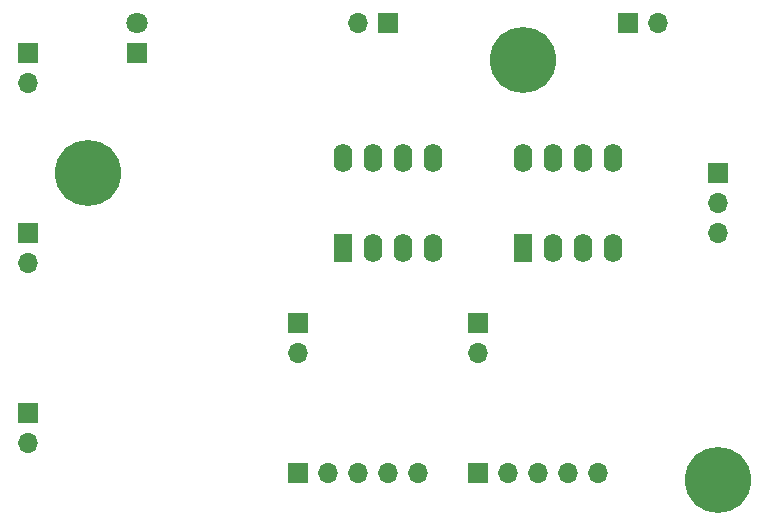
<source format=gbr>
%TF.GenerationSoftware,KiCad,Pcbnew,8.0.8*%
%TF.CreationDate,2025-02-24T19:59:05+00:00*%
%TF.ProjectId,jacks-n-dac,6a61636b-732d-46e2-9d64-61632e6b6963,rev?*%
%TF.SameCoordinates,Original*%
%TF.FileFunction,Soldermask,Bot*%
%TF.FilePolarity,Negative*%
%FSLAX46Y46*%
G04 Gerber Fmt 4.6, Leading zero omitted, Abs format (unit mm)*
G04 Created by KiCad (PCBNEW 8.0.8) date 2025-02-24 19:59:05*
%MOMM*%
%LPD*%
G01*
G04 APERTURE LIST*
%ADD10R,1.800000X1.800000*%
%ADD11C,1.800000*%
%ADD12C,5.600000*%
%ADD13R,1.700000X1.700000*%
%ADD14O,1.700000X1.700000*%
%ADD15R,1.600000X2.400000*%
%ADD16O,1.600000X2.400000*%
G04 APERTURE END LIST*
D10*
%TO.C,D2*%
X110820000Y-50800000D03*
D11*
X110820000Y-48260000D03*
%TD*%
D12*
%TO.C,H1*%
X160000000Y-87000000D03*
%TD*%
D13*
%TO.C,J1*%
X139700000Y-86360000D03*
D14*
X142240000Y-86360000D03*
X144780000Y-86360000D03*
X147320000Y-86360000D03*
X149860000Y-86360000D03*
%TD*%
D15*
%TO.C,U2*%
X143520000Y-67325000D03*
D16*
X146060000Y-67325000D03*
X148600000Y-67325000D03*
X151140000Y-67325000D03*
X151140000Y-59705000D03*
X148600000Y-59705000D03*
X146060000Y-59705000D03*
X143520000Y-59705000D03*
%TD*%
D13*
%TO.C,J9*%
X132080000Y-48260000D03*
D14*
X129540000Y-48260000D03*
%TD*%
D12*
%TO.C,H3*%
X143510000Y-51435000D03*
%TD*%
D13*
%TO.C,J8*%
X124460000Y-73660000D03*
D14*
X124460000Y-76200000D03*
%TD*%
D13*
%TO.C,J6*%
X139700000Y-73660000D03*
D14*
X139700000Y-76200000D03*
%TD*%
D13*
%TO.C,J2*%
X160020000Y-60960000D03*
D14*
X160020000Y-63500000D03*
X160020000Y-66040000D03*
%TD*%
D13*
%TO.C,J4*%
X101600000Y-50800000D03*
D14*
X101600000Y-53340000D03*
%TD*%
D13*
%TO.C,J5*%
X101600000Y-81280000D03*
D14*
X101600000Y-83820000D03*
%TD*%
D13*
%TO.C,J3*%
X152400000Y-48260000D03*
D14*
X154940000Y-48260000D03*
%TD*%
D13*
%TO.C,J7*%
X124460000Y-86360000D03*
D14*
X127000000Y-86360000D03*
X129540000Y-86360000D03*
X132080000Y-86360000D03*
X134620000Y-86360000D03*
%TD*%
D12*
%TO.C,H2*%
X106680000Y-60960000D03*
%TD*%
D13*
%TO.C,J10*%
X101600000Y-66040000D03*
D14*
X101600000Y-68580000D03*
%TD*%
D15*
%TO.C,U1*%
X128280000Y-67325000D03*
D16*
X130820000Y-67325000D03*
X133360000Y-67325000D03*
X135900000Y-67325000D03*
X135900000Y-59705000D03*
X133360000Y-59705000D03*
X130820000Y-59705000D03*
X128280000Y-59705000D03*
%TD*%
M02*

</source>
